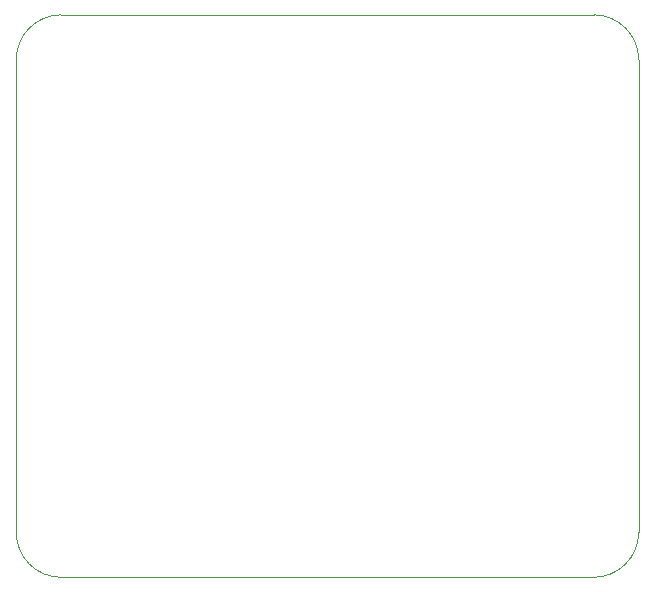
<source format=gm1>
G04 #@! TF.GenerationSoftware,KiCad,Pcbnew,(6.0.4)*
G04 #@! TF.CreationDate,2022-12-31T00:28:06-05:00*
G04 #@! TF.ProjectId,esp8266 atmosphere sensor,65737038-3236-4362-9061-746d6f737068,rev?*
G04 #@! TF.SameCoordinates,Original*
G04 #@! TF.FileFunction,Profile,NP*
%FSLAX46Y46*%
G04 Gerber Fmt 4.6, Leading zero omitted, Abs format (unit mm)*
G04 Created by KiCad (PCBNEW (6.0.4)) date 2022-12-31 00:28:06*
%MOMM*%
%LPD*%
G01*
G04 APERTURE LIST*
G04 #@! TA.AperFunction,Profile*
%ADD10C,0.100000*%
G04 #@! TD*
G04 APERTURE END LIST*
D10*
X45085000Y-43815000D02*
G75*
G03*
X48895000Y-40005000I0J3810000D01*
G01*
X0Y3810000D02*
G75*
G03*
X-3810000Y0I-1J-3809999D01*
G01*
X48895000Y0D02*
G75*
G03*
X45085000Y3810000I-3810000J0D01*
G01*
X48895000Y0D02*
X48895000Y-40005000D01*
X45085000Y-43815000D02*
X0Y-43815000D01*
X-3810000Y-40005000D02*
X-3810000Y0D01*
X0Y3810000D02*
X45085000Y3810000D01*
X-3810000Y-40005000D02*
G75*
G03*
X0Y-43815000I3809999J-1D01*
G01*
M02*

</source>
